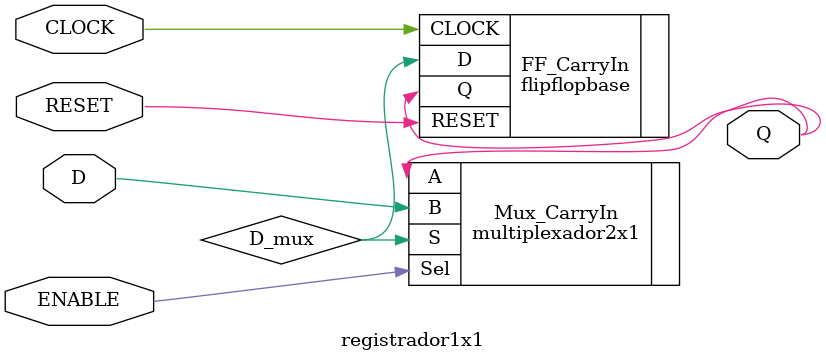
<source format=v>
module registrador1x1 (
    input CLOCK, RESET, ENABLE,
    input D,
    output Q
);
    wire D_mux;
    
    // MUX 2x1 para selecionar entrada do flip-flop
    // Se ENABLE=1: carrega novo valor (D)
    // Se ENABLE=0: realimenta valor anterior (Q)
    
    multiplexador2x1 Mux_CarryIn (
        .S(D_mux),
        .Sel(ENABLE),
        .A(Q),      // Se ENABLE=0: mantém Q
        .B(D)       // Se ENABLE=1: carrega D
    );
    
    // Flip-flop D
    flipflopbase FF_CarryIn (
        .Q(Q),
        .D(D_mux),
        .CLOCK(CLOCK),
        .RESET(RESET)
    );
endmodule
</source>
